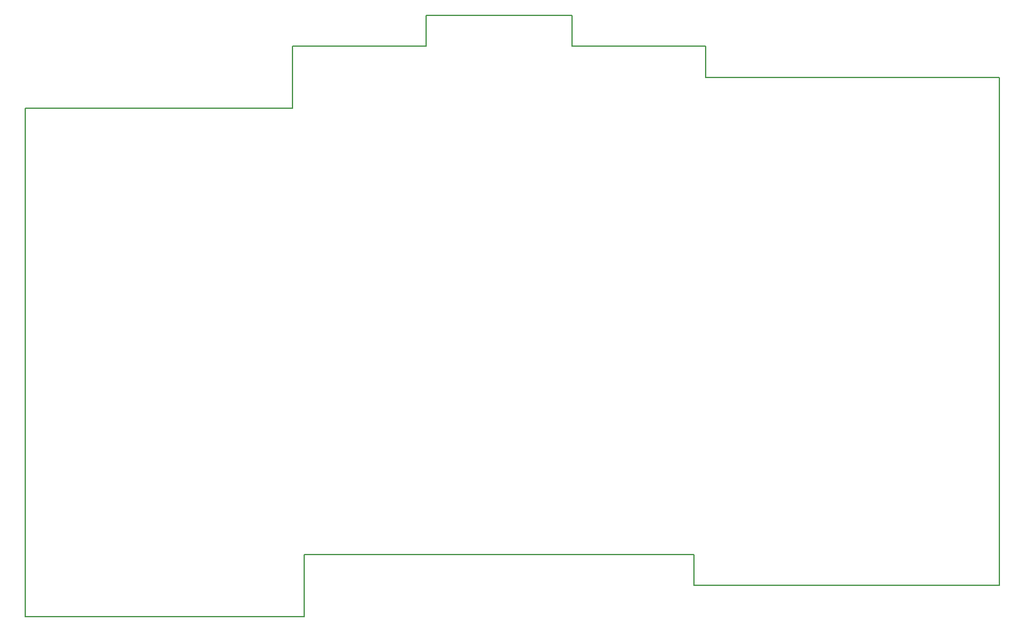
<source format=gbr>
%TF.GenerationSoftware,KiCad,Pcbnew,(6.0.4)*%
%TF.CreationDate,2024-05-03T15:54:38-07:00*%
%TF.ProjectId,left_staggered,6c656674-5f73-4746-9167-67657265642e,v1.0.0*%
%TF.SameCoordinates,Original*%
%TF.FileFunction,Profile,NP*%
%FSLAX46Y46*%
G04 Gerber Fmt 4.6, Leading zero omitted, Abs format (unit mm)*
G04 Created by KiCad (PCBNEW (6.0.4)) date 2024-05-03 15:54:38*
%MOMM*%
%LPD*%
G01*
G04 APERTURE LIST*
%TA.AperFunction,Profile*%
%ADD10C,0.150000*%
%TD*%
G04 APERTURE END LIST*
D10*
X291500000Y-172050000D02*
X291500000Y-102050000D01*
X232700000Y-97800000D02*
X232700000Y-93550000D01*
X194300000Y-97800000D02*
X194300000Y-104800000D01*
X195900000Y-176300000D02*
X195900000Y-169300000D01*
X194300000Y-106300000D02*
X194300000Y-104800000D01*
X157500000Y-106300000D02*
X184300000Y-106300000D01*
X232700000Y-97800000D02*
X251100000Y-97800000D01*
X157500000Y-176300000D02*
X157500000Y-106300000D01*
X205900000Y-167800000D02*
X249500000Y-167800000D01*
X251100000Y-102050000D02*
X251100000Y-97800000D01*
X249500000Y-167800000D02*
X249500000Y-172050000D01*
X249500000Y-172050000D02*
X291500000Y-172050000D01*
X205900000Y-167800000D02*
X195900000Y-167800000D01*
X184300000Y-106300000D02*
X194300000Y-106300000D01*
X195900000Y-167800000D02*
X195900000Y-169300000D01*
X157500000Y-176300000D02*
X195900000Y-176300000D01*
X232700000Y-93550000D02*
X212700000Y-93550000D01*
X251100000Y-102050000D02*
X291500000Y-102050000D01*
X212700000Y-93550000D02*
X212700000Y-97800000D01*
X194300000Y-97800000D02*
X212700000Y-97800000D01*
M02*

</source>
